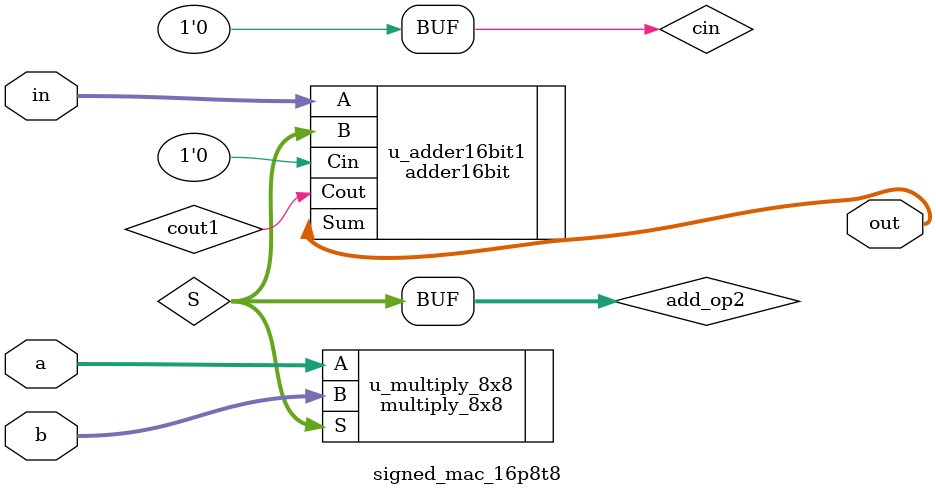
<source format=v>
 module signed_mac_16p8t8(   
    //input split,
    input [15:0] in,
    input [7:0] a,
    input [7:0] b,
    output [15:0] out
);



wire [15:0] add_op2;
wire [15:0] S;
wire cin, cout1;

    assign add_op2 = S;
    assign cin = 1'b0;

    /*multiply_8x8_or_two_8x4(a, b, S, S1, S2, split);
    adder(add_op1_32, add_op2_32, 0, out32, cout1, overflow1);
    adder(add_op1_24_1, add_op2_24_1, 0, out_temp1, cout2, overflow2);
    adder(add_op1_24_2, add_op2_24_2, 0, out_temp2, cout3, overflow3);*/

/*multiply_8x8_or_two_8x4  u_multiply_8x8_or_two_8x4 (
    .A                       ( a        ),
    .B                       ( b        ),
    .split                    ( split     ),

    .S                   ( S    ),
    .S1                  ( S1   ),
    .S2                  ( S2   )
);*/

multiply_8x8  u_multiply_8x8 (
    .A                       ( a        ),
    .B                       ( b        ),
    .S                   ( S    )
);

/*adder  u_adder1 (
    .A                       ( in          ),
    .B                       ( add_op2     ),
    .Cin                     ( cin        ),

    .Sum                     ( out        ),
    .Cout                    ( cout1       ),
    .overflow                ( overflow1   ),
    .split                    ( split     )
);*/

adder16bit  u_adder16bit1 (
    .A                       ( in          ),
    .B                       ( add_op2     ),
    .Cin                     ( cin        ),

    .Sum                     ( out        ),
    .Cout                    ( cout1       )
);
endmodule
</source>
